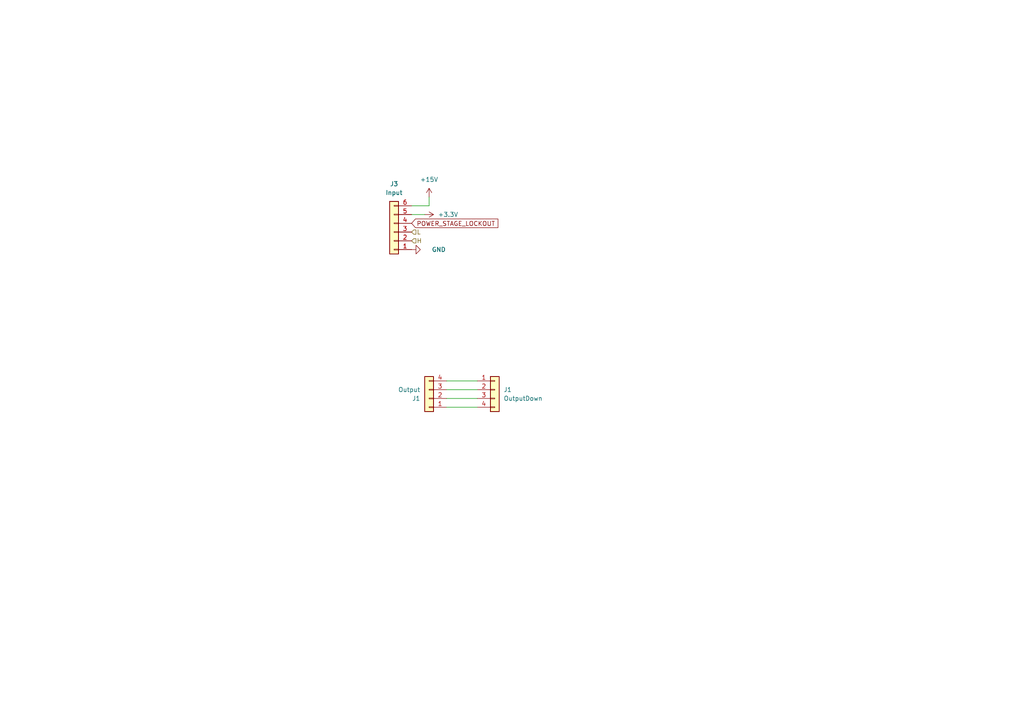
<source format=kicad_sch>
(kicad_sch (version 20230121) (generator eeschema)
  (paper "A4")
  (lib_symbols
    (symbol "Connector_Generic:Conn_01x04" (pin_names (offset 1.016) hide)
      (property "Reference" "J" (at 0 5.08 0))
      (property "Value" "Conn_01x04" (at 0 -7.62 0))
      (symbol "Conn_01x04_1_1"
        (rectangle (start -1.27 -4.953) (end 0 -5.207) (stroke (width 0.1524)))
        (rectangle (start -1.27 -2.413) (end 0 -2.667) (stroke (width 0.1524)))
        (rectangle (start -1.27 0.127) (end 0 -0.127) (stroke (width 0.1524)))
        (rectangle (start -1.27 2.667) (end 0 2.413) (stroke (width 0.1524)))
        (rectangle (start -1.27 3.81) (end 1.27 -6.35) (stroke (width 0.254)) (fill (type background)))
        (pin passive line (at -5.08 2.54 0) (length 3.81) (name "Pin_1") (number "1"))
        (pin passive line (at -5.08 0 0) (length 3.81) (name "Pin_2") (number "2"))
        (pin passive line (at -5.08 -2.54 0) (length 3.81) (name "Pin_3") (number "3"))
        (pin passive line (at -5.08 -5.08 0) (length 3.81) (name "Pin_4") (number "4"))
      )
    )
    (symbol "Connector_Generic:Conn_01x06" (pin_names (offset 1.016) hide)
      (property "Reference" "J" (at 0 7.62 0))
      (property "Value" "Conn_01x06" (at 0 -10.16 0))
      (symbol "Conn_01x06_1_1"
        (rectangle (start -1.27 -7.493) (end 0 -7.747) (stroke (width 0.1524)))
        (rectangle (start -1.27 -4.953) (end 0 -5.207) (stroke (width 0.1524)))
        (rectangle (start -1.27 -2.413) (end 0 -2.667) (stroke (width 0.1524)))
        (rectangle (start -1.27 0.127) (end 0 -0.127) (stroke (width 0.1524)))
        (rectangle (start -1.27 2.667) (end 0 2.413) (stroke (width 0.1524)))
        (rectangle (start -1.27 5.207) (end 0 4.953) (stroke (width 0.1524)))
        (rectangle (start -1.27 6.35) (end 1.27 -8.89) (stroke (width 0.254)) (fill (type background)))
        (pin passive line (at -5.08 5.08 0) (length 3.81) (name "Pin_1") (number "1"))
        (pin passive line (at -5.08 2.54 0) (length 3.81) (name "Pin_2") (number "2"))
        (pin passive line (at -5.08 0 0) (length 3.81) (name "Pin_3") (number "3"))
        (pin passive line (at -5.08 -2.54 0) (length 3.81) (name "Pin_4") (number "4"))
        (pin passive line (at -5.08 -5.08 0) (length 3.81) (name "Pin_5") (number "5"))
        (pin passive line (at -5.08 -7.62 0) (length 3.81) (name "Pin_6") (number "6"))
      )
    )
    (symbol "power:+15V" (power) (pin_names (offset 0))
      (property "Value" "+15V" (at 0 3.556 0))
      (symbol "+15V_0_1"
        (polyline (pts (xy -0.762 1.27) (xy 0 2.54)))
        (polyline (pts (xy 0 0) (xy 0 2.54)))
        (polyline (pts (xy 0 2.54) (xy 0.762 1.27)))
      )
      (symbol "+15V_1_1"
        (pin power_in line (at 0 0 90) (length 0) hide (name "+15V") (number "1"))
      )
    )
    (symbol "power:+3.3V" (power) (pin_names (offset 0))
      (property "Value" "+3.3V" (at 0 3.556 0))
      (symbol "+3.3V_0_1"
        (polyline (pts (xy -0.762 1.27) (xy 0 2.54)))
        (polyline (pts (xy 0 0) (xy 0 2.54)))
        (polyline (pts (xy 0 2.54) (xy 0.762 1.27)))
      )
      (symbol "+3.3V_1_1"
        (pin power_in line (at 0 0 90) (length 0) hide (name "+3.3V") (number "1"))
      )
    )
    (symbol "power:GND" (power) (pin_names (offset 0))
      (property "Value" "GND" (at 0 -3.81 0))
      (symbol "GND_0_1"
        (polyline (pts (xy 0 0) (xy 0 -1.27) (xy 1.27 -1.27) (xy 0 -2.54) (xy -1.27 -1.27) (xy 0 -1.27)))
      )
      (symbol "GND_1_1"
        (pin power_in line (at 0 0 270) (length 0) hide (name "GND") (number "1"))
      )
    )
  )
  (wire (pts (xy 129.54 118.11) (xy 138.43 118.11)))
  (wire (pts (xy 124.46 59.69) (xy 119.38 59.69)))
  (wire (pts (xy 119.38 62.23) (xy 123.19 62.23)))
  (wire (pts (xy 124.46 57.15) (xy 124.46 59.69)))
  (wire (pts (xy 129.54 113.03) (xy 138.43 113.03)))
  (wire (pts (xy 129.54 115.57) (xy 138.43 115.57)))
  (wire (pts (xy 129.54 110.49) (xy 138.43 110.49)))
  (global_label "POWER_STAGE_LOCKOUT" (shape input) (at 119.38 64.77 0) (property "Intersheetrefs" "${INTERSHEET_REFS}" (effects hide)))
  (hierarchical_label "L" (shape input) (at 119.38 67.31 0))
  (hierarchical_label "H" (shape input) (at 119.38 69.85 0))
  (symbol (lib_id "power:+15V") (at 124.46 57.15 0) (mirror y) (unit 1)
    (property "Reference" "#PWR089" (effects hide))
    (property "Value" "+15V" (at 124.46 52.07 0))
    (instances (project "GigaESC" (path "" (reference "#PWR089") (unit 1)) (path "" (reference "#PWR091") (unit 1)) (path "" (reference "#PWR099") (unit 1)) (path "" (reference "#PWR0107") (unit 1))))
  )
  (symbol (lib_id "Connector_Generic:Conn_01x04") (at 124.46 115.57 180) (unit 1)
    (property "Reference" "J1" (at 121.92 115.57 0) (effects (justify left)))
    (property "Value" "Output" (at 121.92 113.03 0) (effects (justify left)))
    (property "Footprint" "Connector_PinSocket_2.54mm:PinSocket_1x04_P2.54mm_Vertical" (effects hide))
    (property "MPN" "C2718488" (effects hide))
    (property "JLCRotOffset" "-90" (effects hide))
    (property "JLCPosOffset" "3.81,0" (effects hide))
    (instances (project "Mini" (path "" (reference "J1") (unit 1))) (project "GigaESC" (path "" (reference "J23") (unit 1)) (path "" (reference "J24") (unit 1)) (path "" (reference "J25") (unit 1))))
  )
  (symbol (lib_id "Connector_Generic:Conn_01x04") (at 143.51 113.03 0) (unit 1)
    (property "Reference" "J1" (at 146.05 113.03 0) (effects (justify left)))
    (property "Value" "OutputDown" (at 146.05 115.57 0) (effects (justify left)))
    (property "Footprint" "Connector_PinHeader_2.54mm:PinHeader_2x02_P2.54mm_Vertical_SMD" (effects hide))
    (instances (project "Mini" (path "" (reference "J1") (unit 1))) (project "GigaESC" (path "" (reference "J26") (unit 1)) (path "" (reference "J27") (unit 1)) (path "" (reference "J28") (unit 1))))
  )
  (symbol (lib_id "power:GND") (at 119.38 72.39 90) (unit 1)
    (property "Reference" "#PWR011" (effects hide))
    (property "Value" "GND" (at 125.222 72.39 90) (effects (justify right)))
    (instances (project "GigaESC" (path "" (reference "#PWR011") (unit 1)) (path "" (reference "#PWR091") (unit 1)) (path "" (reference "#PWR089") (unit 1)) (path "" (reference "#PWR097") (unit 1)) (path "" (reference "#PWR0105") (unit 1))))
  )
  (symbol (lib_id "power:+3.3V") (at 123.19 62.23 270) (mirror x) (unit 1)
    (property "Reference" "#PWR090" (effects hide))
    (property "Value" "+3.3V" (at 127 62.23 90) (effects (justify left)))
    (instances (project "GigaESC" (path "" (reference "#PWR090") (unit 1)) (path "" (reference "#PWR090") (unit 1)) (path "" (reference "#PWR098") (unit 1)) (path "" (reference "#PWR0106") (unit 1))))
  )
  (symbol (lib_id "Connector_Generic:Conn_01x06") (at 114.3 67.31 180) (unit 1)
    (property "Reference" "J3" (at 114.3 53.34 0))
    (property "Value" "Input" (at 114.3 55.88 0))
    (property "Footprint" "Connector_PinSocket_2.54mm:PinSocket_1x06_P2.54mm_Vertical" (effects hide))
    (property "MPN" "C40877" (effects hide))
    (property "JLCRotOffset" "-90" (effects hide))
    (property "JLCPosOffset" "6.35,0" (effects hide))
    (instances (project "GigaESC" (path "" (reference "J3") (unit 1)) (path "" (reference "J3") (unit 1)) (path "" (reference "J14") (unit 1)) (path "" (reference "J16") (unit 1))))
  )
)
</source>
